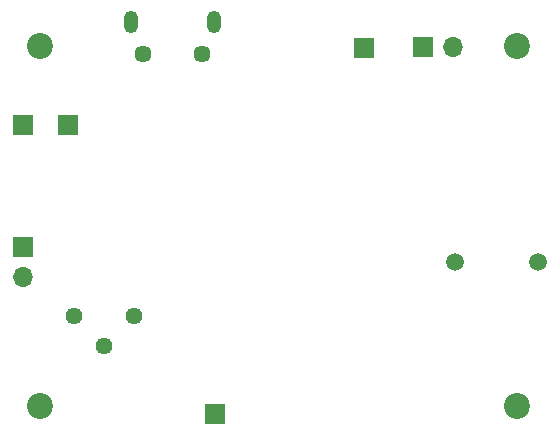
<source format=gbr>
%TF.GenerationSoftware,KiCad,Pcbnew,(6.0.2)*%
%TF.CreationDate,2023-09-05T21:11:47-07:00*%
%TF.ProjectId,parabolic_microphone,70617261-626f-46c6-9963-5f6d6963726f,rev?*%
%TF.SameCoordinates,Original*%
%TF.FileFunction,Soldermask,Bot*%
%TF.FilePolarity,Negative*%
%FSLAX46Y46*%
G04 Gerber Fmt 4.6, Leading zero omitted, Abs format (unit mm)*
G04 Created by KiCad (PCBNEW (6.0.2)) date 2023-09-05 21:11:47*
%MOMM*%
%LPD*%
G01*
G04 APERTURE LIST*
%ADD10R,1.700000X1.700000*%
%ADD11C,2.200000*%
%ADD12O,1.700000X1.700000*%
%ADD13C,1.500000*%
%ADD14O,1.200000X1.900000*%
%ADD15C,1.450000*%
%ADD16C,1.440000*%
G04 APERTURE END LIST*
D10*
%TO.C,J3*%
X69596000Y-43535600D03*
%TD*%
%TO.C,J7*%
X85852000Y-67975800D03*
%TD*%
D11*
%TO.C,H2*%
X111379000Y-36830000D03*
%TD*%
%TO.C,H4*%
X70993000Y-36830000D03*
%TD*%
D10*
%TO.C,J1*%
X69596000Y-53848000D03*
D12*
X69596000Y-56388000D03*
%TD*%
D13*
%TO.C,J6*%
X106173000Y-55118000D03*
X113173000Y-55118000D03*
%TD*%
D11*
%TO.C,H1*%
X111379000Y-67310000D03*
%TD*%
%TO.C,H3*%
X70993000Y-67310000D03*
%TD*%
D10*
%TO.C,J2*%
X103398000Y-36932000D03*
D12*
X105938000Y-36932000D03*
%TD*%
D14*
%TO.C,J8*%
X85740000Y-34798000D03*
D15*
X84740000Y-37498000D03*
D14*
X78740000Y-34798000D03*
D15*
X79740000Y-37498000D03*
%TD*%
D10*
%TO.C,J5*%
X98445000Y-37059000D03*
%TD*%
D16*
%TO.C,RV1*%
X78994000Y-59670000D03*
X76454000Y-62210000D03*
X73914000Y-59670000D03*
%TD*%
D10*
%TO.C,J4*%
X73406000Y-43535600D03*
%TD*%
M02*

</source>
